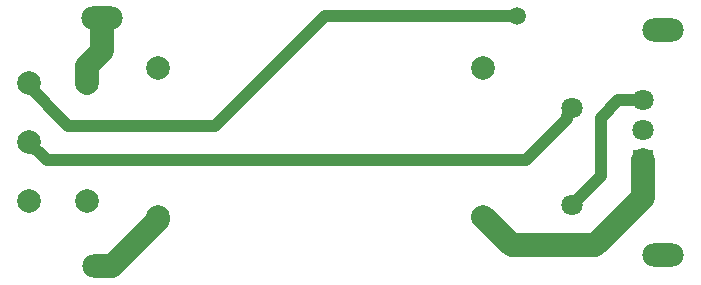
<source format=gtl>
G04*
G04 #@! TF.GenerationSoftware,Altium Limited,Altium Designer,22.10.1 (41)*
G04*
G04 Layer_Physical_Order=1*
G04 Layer_Color=255*
%FSLAX44Y44*%
%MOMM*%
G71*
G04*
G04 #@! TF.SameCoordinates,2E0DDC9F-B89A-4235-B925-374E8A91578C*
G04*
G04*
G04 #@! TF.FilePolarity,Positive*
G04*
G01*
G75*
%ADD16C,2.0000*%
%ADD17C,1.0000*%
%ADD18O,3.5000X2.0000*%
%ADD19R,1.8000X1.8000*%
%ADD20C,1.8000*%
%ADD21C,2.0000*%
%ADD22C,1.5000*%
D16*
X195300Y20000D02*
X202800D01*
X195000D02*
X195300D01*
X202800D02*
X242500Y59700D01*
Y62000D01*
X182000Y175100D02*
Y189600D01*
X195000Y202600D02*
Y230000D01*
X182000Y189600D02*
X195000Y202600D01*
X541600Y37900D02*
X612400D01*
X652600Y78100D01*
Y109700D01*
X517500Y62000D02*
X541600Y37900D01*
D17*
X130400Y174900D02*
X166200Y139100D01*
X131992Y125708D02*
X148000Y109700D01*
X553700D01*
X166200Y139100D02*
X290700D01*
X592400Y151535D02*
Y153700D01*
X588400Y144400D02*
Y147535D01*
X553700Y109700D02*
X588400Y144400D01*
Y147535D02*
X592400Y151535D01*
X290700Y139100D02*
X383200Y231600D01*
X546200D01*
X592400Y71700D02*
X617100Y96400D01*
Y145900D02*
X631700Y160500D01*
X617100Y96400D02*
Y145900D01*
X631700Y160500D02*
X652600D01*
D18*
X195300Y20000D02*
D03*
X195000Y230000D02*
D03*
X670000Y220000D02*
D03*
Y30000D02*
D03*
D19*
X652600Y109700D02*
D03*
D20*
Y135100D02*
D03*
Y160500D02*
D03*
X592400Y153700D02*
D03*
Y71700D02*
D03*
X670000Y30000D02*
D03*
Y220000D02*
D03*
X195000Y230000D02*
D03*
Y20000D02*
D03*
D21*
X242500Y188000D02*
D03*
X517500D02*
D03*
X182000Y75100D02*
D03*
Y175100D02*
D03*
X132500D02*
D03*
Y75100D02*
D03*
Y125100D02*
D03*
X242500Y62000D02*
D03*
X517500D02*
D03*
D22*
X546200Y231600D02*
D03*
M02*

</source>
